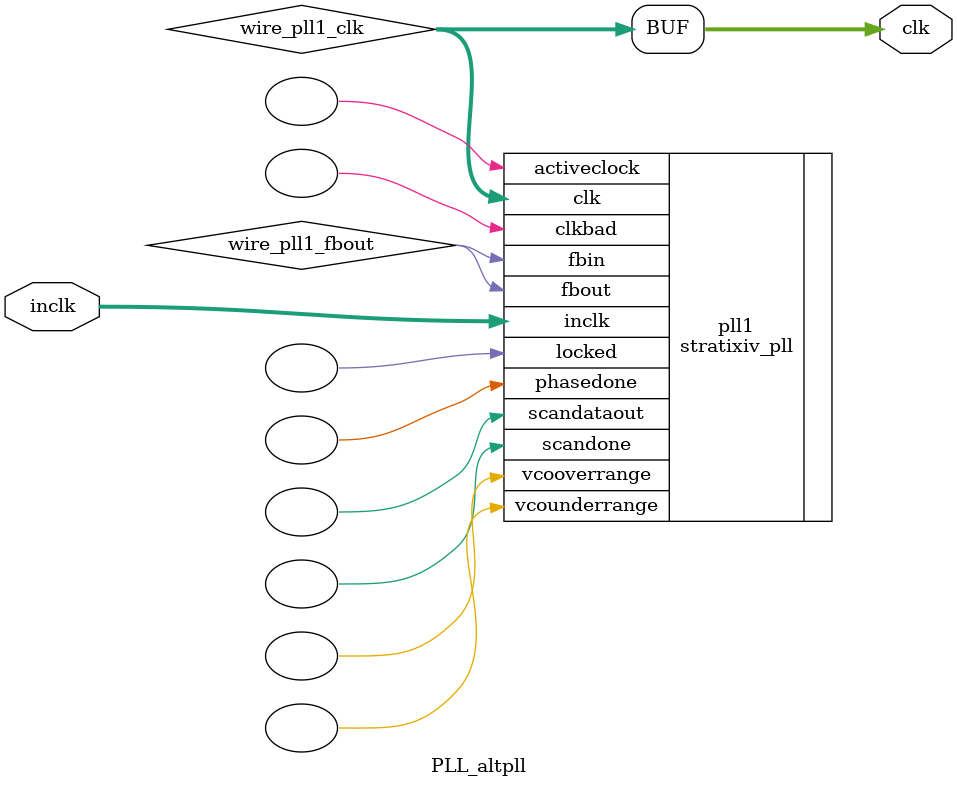
<source format=v>






//synthesis_resources = stratixiv_pll 1 
//synopsys translate_off
`timescale 1 ps / 1 ps
//synopsys translate_on
module  PLL_altpll
	( 
	clk,
	inclk) /* synthesis synthesis_clearbox=1 */;
	output   [9:0]  clk;
	input   [1:0]  inclk;
`ifndef ALTERA_RESERVED_QIS
// synopsys translate_off
`endif
	tri0   [1:0]  inclk;
`ifndef ALTERA_RESERVED_QIS
// synopsys translate_on
`endif

	wire  [9:0]   wire_pll1_clk;
	wire  wire_pll1_fbout;

	stratixiv_pll   pll1
	( 
	.activeclock(),
	.clk(wire_pll1_clk),
	.clkbad(),
	.fbin(wire_pll1_fbout),
	.fbout(wire_pll1_fbout),
	.inclk(inclk),
	.locked(),
	.phasedone(),
	.scandataout(),
	.scandone(),
	.vcooverrange(),
	.vcounderrange()
	`ifndef FORMAL_VERIFICATION
	// synopsys translate_off
	`endif
	,
	.areset(1'b0),
	.clkswitch(1'b0),
	.configupdate(1'b0),
	.pfdena(1'b1),
	.phasecounterselect({4{1'b0}}),
	.phasestep(1'b0),
	.phaseupdown(1'b0),
	.scanclk(1'b0),
	.scanclkena(1'b1),
	.scandata(1'b0)
	`ifndef FORMAL_VERIFICATION
	// synopsys translate_on
	`endif
	);
	defparam
		pll1.bandwidth_type = "auto",
		pll1.clk0_divide_by = 1,
		pll1.clk0_duty_cycle = 50,
		pll1.clk0_multiply_by = 6,
		pll1.clk0_phase_shift = "0",
		pll1.clk1_divide_by = 1,
		pll1.clk1_duty_cycle = 50,
		pll1.clk1_multiply_by = 2,
		pll1.clk1_phase_shift = "0",
		pll1.clk2_divide_by = 5,
		pll1.clk2_duty_cycle = 50,
		pll1.clk2_multiply_by = 1,
		pll1.clk2_phase_shift = "0",
		pll1.clk3_divide_by = 50,
		pll1.clk3_duty_cycle = 50,
		pll1.clk3_multiply_by = 1,
		pll1.clk3_phase_shift = "0",
		pll1.compensate_clock = "clk0",
		pll1.inclk0_input_frequency = 20000,
		pll1.operation_mode = "normal",
		pll1.pll_type = "auto",
		pll1.lpm_type = "stratixiv_pll";
	assign
		clk = wire_pll1_clk;
endmodule //PLL_altpll
//VALID FILE

</source>
